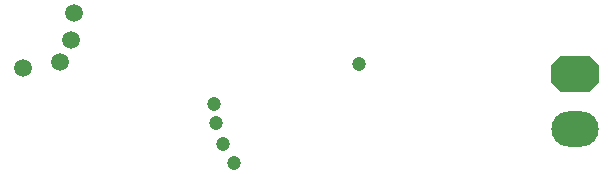
<source format=gbp>
%FSLAX25Y25*%
%MOIN*%
G70*
G01*
G75*
G04 Layer_Color=128*
%ADD10C,0.02000*%
%ADD11C,0.01500*%
%ADD12C,0.00600*%
%ADD13C,0.01000*%
%ADD14C,0.03000*%
%ADD15C,0.00800*%
%ADD16C,0.02500*%
%ADD17R,0.02362X0.02756*%
%ADD18O,0.05906X0.01575*%
%ADD19R,0.06299X0.10630*%
%ADD20R,0.05512X0.08661*%
%ADD21R,0.05512X0.03543*%
%ADD22R,0.04331X0.05118*%
%ADD23C,0.05906*%
%ADD24R,0.03937X0.12205*%
%ADD25R,0.03937X0.03937*%
%ADD26R,0.05118X0.03150*%
%ADD27R,0.11024X0.08268*%
%ADD28R,0.03543X0.03740*%
%ADD29R,0.03543X0.03740*%
%ADD30O,0.05906X0.00984*%
%ADD31O,0.00984X0.05906*%
%ADD32R,0.03937X0.01378*%
%ADD33O,0.00984X0.02756*%
%ADD34O,0.02756X0.00984*%
%ADD35R,0.10236X0.10630*%
%ADD36R,0.02362X0.03150*%
%ADD37R,0.03150X0.03150*%
%ADD38R,0.03150X0.02362*%
%ADD39R,0.04331X0.03937*%
%ADD40R,0.03150X0.05118*%
%ADD41R,0.08268X0.11024*%
%ADD42R,0.02756X0.02362*%
%ADD43R,0.03500X0.02800*%
%ADD44R,0.02800X0.03500*%
%ADD45R,0.05512X0.06693*%
%ADD46C,0.04724*%
%ADD47R,0.03740X0.03543*%
%ADD48R,0.03740X0.03543*%
%ADD49R,0.07087X0.06299*%
%ADD50R,0.17500X0.26100*%
%ADD51R,0.08900X0.23700*%
%ADD52R,0.37800X0.08900*%
%ADD53R,0.18600X0.12500*%
%ADD54R,0.05300X0.15000*%
%ADD55R,0.08700X0.14600*%
%ADD56R,0.18300X0.06800*%
%ADD57R,0.03100X0.10500*%
%ADD58R,0.27600X0.08000*%
%ADD59R,0.20600X0.13700*%
%ADD60R,0.06700X0.23500*%
%ADD61R,0.10900X0.06800*%
%ADD62R,0.07900X0.07000*%
%ADD63R,0.14900X0.03900*%
%ADD64R,0.05900X0.18900*%
%ADD65R,0.06800X0.03800*%
%ADD66R,0.08500X0.03500*%
%ADD67C,0.07087*%
%ADD68C,0.15748*%
%ADD69R,0.05906X0.05906*%
%ADD70R,0.05906X0.05906*%
%ADD71C,0.01969*%
%ADD72C,0.01575*%
%ADD73C,0.02559*%
%ADD74C,0.02362*%
G04:AMPARAMS|DCode=75|XSize=157.48mil|YSize=118.11mil|CornerRadius=0mil|HoleSize=0mil|Usage=FLASHONLY|Rotation=0.000|XOffset=0mil|YOffset=0mil|HoleType=Round|Shape=Octagon|*
%AMOCTAGOND75*
4,1,8,0.07874,-0.02953,0.07874,0.02953,0.04921,0.05906,-0.04921,0.05906,-0.07874,0.02953,-0.07874,-0.02953,-0.04921,-0.05906,0.04921,-0.05906,0.07874,-0.02953,0.0*
%
%ADD75OCTAGOND75*%

%ADD76O,0.15748X0.11811*%
%ADD77R,0.62400X0.08800*%
%ADD78R,0.10500X0.18500*%
%ADD79C,0.00394*%
%ADD80C,0.00984*%
%ADD81C,0.00984*%
%ADD82C,0.00787*%
%ADD83C,0.00591*%
%ADD84C,0.00500*%
%ADD85C,0.00300*%
%ADD86R,0.03984X0.12820*%
%ADD87O,0.05506X0.01175*%
%ADD88C,0.00100*%
%ADD89R,0.03162X0.03556*%
%ADD90O,0.06706X0.02375*%
%ADD91R,0.07099X0.11430*%
%ADD92R,0.06312X0.09461*%
%ADD93R,0.06312X0.04343*%
%ADD94R,0.05131X0.05918*%
%ADD95C,0.06706*%
%ADD96R,0.04737X0.13005*%
%ADD97R,0.04737X0.04737*%
%ADD98R,0.05918X0.03950*%
%ADD99R,0.11824X0.09068*%
%ADD100R,0.04343X0.04540*%
%ADD101R,0.04343X0.04540*%
%ADD102O,0.06706X0.01784*%
%ADD103O,0.01784X0.06706*%
%ADD104R,0.04737X0.02178*%
%ADD105O,0.01784X0.03556*%
%ADD106O,0.03556X0.01784*%
%ADD107R,0.11036X0.11430*%
%ADD108R,0.03162X0.03950*%
%ADD109R,0.03950X0.03950*%
%ADD110R,0.03950X0.03162*%
%ADD111R,0.05131X0.04737*%
%ADD112R,0.03950X0.05918*%
%ADD113R,0.09068X0.11824*%
%ADD114R,0.03556X0.03162*%
%ADD115R,0.04300X0.03600*%
%ADD116R,0.03600X0.04300*%
%ADD117R,0.06312X0.07493*%
%ADD118C,0.05524*%
%ADD119R,0.04540X0.04343*%
%ADD120R,0.04540X0.04343*%
%ADD121R,0.07887X0.07099*%
%ADD122C,0.07887*%
%ADD123C,0.16548*%
%ADD124R,0.06706X0.06706*%
%ADD125R,0.06706X0.06706*%
%ADD126C,0.02769*%
%ADD127C,0.02375*%
%ADD128C,0.03359*%
%ADD129C,0.03162*%
G04:AMPARAMS|DCode=130|XSize=165.48mil|YSize=126.11mil|CornerRadius=0mil|HoleSize=0mil|Usage=FLASHONLY|Rotation=0.000|XOffset=0mil|YOffset=0mil|HoleType=Round|Shape=Octagon|*
%AMOCTAGOND130*
4,1,8,0.08274,-0.03153,0.08274,0.03153,0.05121,0.06306,-0.05121,0.06306,-0.08274,0.03153,-0.08274,-0.03153,-0.05121,-0.06306,0.05121,-0.06306,0.08274,-0.03153,0.0*
%
%ADD130OCTAGOND130*%

%ADD131O,0.16548X0.12611*%
D23*
X18822Y73987D02*
D03*
X34613Y83178D02*
D03*
X31013Y75878D02*
D03*
X35513Y92322D02*
D03*
D46*
X83000Y55500D02*
D03*
X82200Y61900D02*
D03*
X85300Y48700D02*
D03*
X88900Y42300D02*
D03*
X130500Y75200D02*
D03*
D75*
X202700Y71900D02*
D03*
D76*
X202800Y53600D02*
D03*
M02*

</source>
